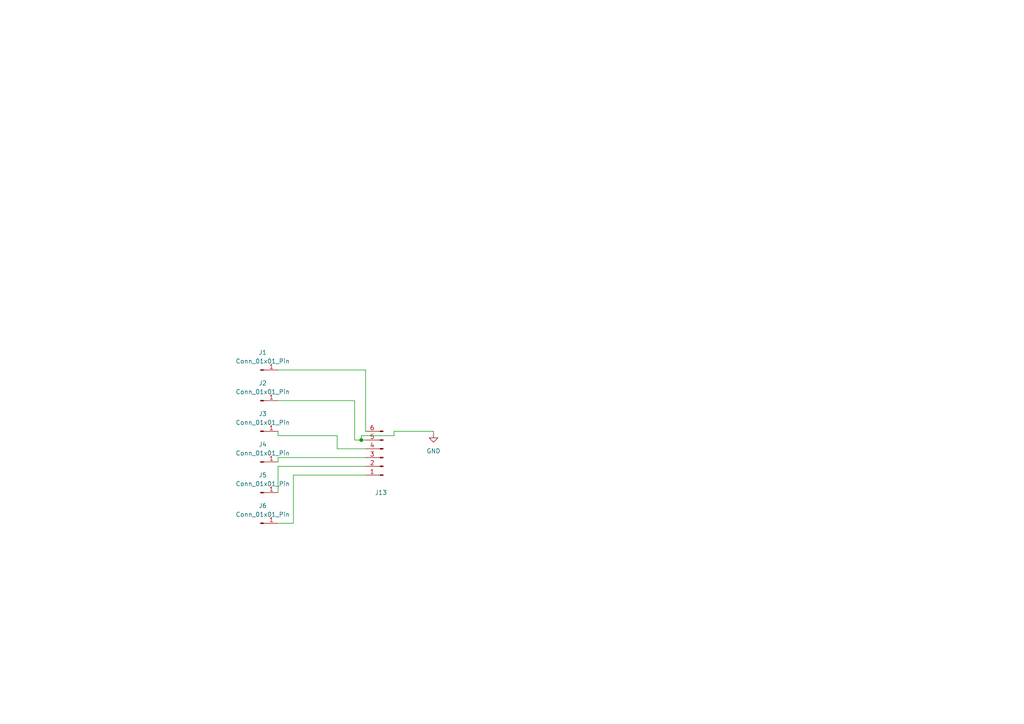
<source format=kicad_sch>
(kicad_sch (version 20230121) (generator eeschema)

  (uuid fb6852fb-58d5-432a-a0e9-ca6ff137a810)

  (paper "A4")

  (lib_symbols
    (symbol "Connector:Conn_01x01_Pin" (pin_names (offset 1.016) hide) (in_bom yes) (on_board yes)
      (property "Reference" "J" (at 0 2.54 0)
        (effects (font (size 1.27 1.27)))
      )
      (property "Value" "Conn_01x01_Pin" (at 0 -2.54 0)
        (effects (font (size 1.27 1.27)))
      )
      (property "Footprint" "" (at 0 0 0)
        (effects (font (size 1.27 1.27)) hide)
      )
      (property "Datasheet" "~" (at 0 0 0)
        (effects (font (size 1.27 1.27)) hide)
      )
      (property "ki_locked" "" (at 0 0 0)
        (effects (font (size 1.27 1.27)))
      )
      (property "ki_keywords" "connector" (at 0 0 0)
        (effects (font (size 1.27 1.27)) hide)
      )
      (property "ki_description" "Generic connector, single row, 01x01, script generated" (at 0 0 0)
        (effects (font (size 1.27 1.27)) hide)
      )
      (property "ki_fp_filters" "Connector*:*_1x??_*" (at 0 0 0)
        (effects (font (size 1.27 1.27)) hide)
      )
      (symbol "Conn_01x01_Pin_1_1"
        (polyline
          (pts
            (xy 1.27 0)
            (xy 0.8636 0)
          )
          (stroke (width 0.1524) (type default))
          (fill (type none))
        )
        (rectangle (start 0.8636 0.127) (end 0 -0.127)
          (stroke (width 0.1524) (type default))
          (fill (type outline))
        )
        (pin passive line (at 5.08 0 180) (length 3.81)
          (name "Pin_1" (effects (font (size 1.27 1.27))))
          (number "1" (effects (font (size 1.27 1.27))))
        )
      )
    )
    (symbol "Connector:Conn_01x06_Pin" (pin_names (offset 1.016) hide) (in_bom yes) (on_board yes)
      (property "Reference" "J" (at 0 7.62 0)
        (effects (font (size 1.27 1.27)))
      )
      (property "Value" "Conn_01x06_Pin" (at 0 -10.16 0)
        (effects (font (size 1.27 1.27)))
      )
      (property "Footprint" "" (at 0 0 0)
        (effects (font (size 1.27 1.27)) hide)
      )
      (property "Datasheet" "~" (at 0 0 0)
        (effects (font (size 1.27 1.27)) hide)
      )
      (property "ki_locked" "" (at 0 0 0)
        (effects (font (size 1.27 1.27)))
      )
      (property "ki_keywords" "connector" (at 0 0 0)
        (effects (font (size 1.27 1.27)) hide)
      )
      (property "ki_description" "Generic connector, single row, 01x06, script generated" (at 0 0 0)
        (effects (font (size 1.27 1.27)) hide)
      )
      (property "ki_fp_filters" "Connector*:*_1x??_*" (at 0 0 0)
        (effects (font (size 1.27 1.27)) hide)
      )
      (symbol "Conn_01x06_Pin_1_1"
        (polyline
          (pts
            (xy 1.27 -7.62)
            (xy 0.8636 -7.62)
          )
          (stroke (width 0.1524) (type default))
          (fill (type none))
        )
        (polyline
          (pts
            (xy 1.27 -5.08)
            (xy 0.8636 -5.08)
          )
          (stroke (width 0.1524) (type default))
          (fill (type none))
        )
        (polyline
          (pts
            (xy 1.27 -2.54)
            (xy 0.8636 -2.54)
          )
          (stroke (width 0.1524) (type default))
          (fill (type none))
        )
        (polyline
          (pts
            (xy 1.27 0)
            (xy 0.8636 0)
          )
          (stroke (width 0.1524) (type default))
          (fill (type none))
        )
        (polyline
          (pts
            (xy 1.27 2.54)
            (xy 0.8636 2.54)
          )
          (stroke (width 0.1524) (type default))
          (fill (type none))
        )
        (polyline
          (pts
            (xy 1.27 5.08)
            (xy 0.8636 5.08)
          )
          (stroke (width 0.1524) (type default))
          (fill (type none))
        )
        (rectangle (start 0.8636 -7.493) (end 0 -7.747)
          (stroke (width 0.1524) (type default))
          (fill (type outline))
        )
        (rectangle (start 0.8636 -4.953) (end 0 -5.207)
          (stroke (width 0.1524) (type default))
          (fill (type outline))
        )
        (rectangle (start 0.8636 -2.413) (end 0 -2.667)
          (stroke (width 0.1524) (type default))
          (fill (type outline))
        )
        (rectangle (start 0.8636 0.127) (end 0 -0.127)
          (stroke (width 0.1524) (type default))
          (fill (type outline))
        )
        (rectangle (start 0.8636 2.667) (end 0 2.413)
          (stroke (width 0.1524) (type default))
          (fill (type outline))
        )
        (rectangle (start 0.8636 5.207) (end 0 4.953)
          (stroke (width 0.1524) (type default))
          (fill (type outline))
        )
        (pin passive line (at 5.08 5.08 180) (length 3.81)
          (name "Pin_1" (effects (font (size 1.27 1.27))))
          (number "1" (effects (font (size 1.27 1.27))))
        )
        (pin passive line (at 5.08 2.54 180) (length 3.81)
          (name "Pin_2" (effects (font (size 1.27 1.27))))
          (number "2" (effects (font (size 1.27 1.27))))
        )
        (pin passive line (at 5.08 0 180) (length 3.81)
          (name "Pin_3" (effects (font (size 1.27 1.27))))
          (number "3" (effects (font (size 1.27 1.27))))
        )
        (pin passive line (at 5.08 -2.54 180) (length 3.81)
          (name "Pin_4" (effects (font (size 1.27 1.27))))
          (number "4" (effects (font (size 1.27 1.27))))
        )
        (pin passive line (at 5.08 -5.08 180) (length 3.81)
          (name "Pin_5" (effects (font (size 1.27 1.27))))
          (number "5" (effects (font (size 1.27 1.27))))
        )
        (pin passive line (at 5.08 -7.62 180) (length 3.81)
          (name "Pin_6" (effects (font (size 1.27 1.27))))
          (number "6" (effects (font (size 1.27 1.27))))
        )
      )
    )
    (symbol "power:GND" (power) (pin_names (offset 0)) (in_bom yes) (on_board yes)
      (property "Reference" "#PWR" (at 0 -6.35 0)
        (effects (font (size 1.27 1.27)) hide)
      )
      (property "Value" "GND" (at 0 -3.81 0)
        (effects (font (size 1.27 1.27)))
      )
      (property "Footprint" "" (at 0 0 0)
        (effects (font (size 1.27 1.27)) hide)
      )
      (property "Datasheet" "" (at 0 0 0)
        (effects (font (size 1.27 1.27)) hide)
      )
      (property "ki_keywords" "global power" (at 0 0 0)
        (effects (font (size 1.27 1.27)) hide)
      )
      (property "ki_description" "Power symbol creates a global label with name \"GND\" , ground" (at 0 0 0)
        (effects (font (size 1.27 1.27)) hide)
      )
      (symbol "GND_0_1"
        (polyline
          (pts
            (xy 0 0)
            (xy 0 -1.27)
            (xy 1.27 -1.27)
            (xy 0 -2.54)
            (xy -1.27 -1.27)
            (xy 0 -1.27)
          )
          (stroke (width 0) (type default))
          (fill (type none))
        )
      )
      (symbol "GND_1_1"
        (pin power_in line (at 0 0 270) (length 0) hide
          (name "GND" (effects (font (size 1.27 1.27))))
          (number "1" (effects (font (size 1.27 1.27))))
        )
      )
    )
  )

  (junction (at 104.775 127.635) (diameter 0) (color 0 0 0 0)
    (uuid 6231b3cb-e74c-424c-96ae-ea663b7c63ab)
  )

  (wire (pts (xy 80.645 132.715) (xy 80.645 133.985))
    (stroke (width 0) (type default))
    (uuid 0516a3b1-5967-4f1c-b679-92f7e7c196e1)
  )
  (wire (pts (xy 102.87 116.205) (xy 102.87 127.635))
    (stroke (width 0) (type default))
    (uuid 09c2a300-9fc6-4422-b0e2-d36af0a68ffd)
  )
  (wire (pts (xy 125.73 125.73) (xy 125.73 125.095))
    (stroke (width 0) (type default))
    (uuid 13b38947-7ec1-4503-9a07-e65460b42ebf)
  )
  (wire (pts (xy 106.045 137.795) (xy 85.09 137.795))
    (stroke (width 0) (type default))
    (uuid 16bce2c6-c6b1-4f75-aba5-d5f97b3cbe96)
  )
  (wire (pts (xy 85.09 137.795) (xy 85.09 151.765))
    (stroke (width 0) (type default))
    (uuid 1fd144c7-f99d-4e7c-a9cb-1fcbc0ea7267)
  )
  (wire (pts (xy 114.3 125.095) (xy 114.3 126.365))
    (stroke (width 0) (type default))
    (uuid 2677607d-1829-4d57-b4e5-2202590c825a)
  )
  (wire (pts (xy 104.775 126.365) (xy 104.775 127.635))
    (stroke (width 0) (type default))
    (uuid 29ba96fe-e673-47f1-89ca-e96a7b78f545)
  )
  (wire (pts (xy 106.045 132.715) (xy 80.645 132.715))
    (stroke (width 0) (type default))
    (uuid 2a7c2431-cbfb-4a19-b2c7-6455944da59c)
  )
  (wire (pts (xy 114.3 126.365) (xy 104.775 126.365))
    (stroke (width 0) (type default))
    (uuid 2d15fa3a-66a4-46ff-8527-8afe441caa08)
  )
  (wire (pts (xy 97.79 130.175) (xy 106.045 130.175))
    (stroke (width 0) (type default))
    (uuid 345fb4a9-cd5d-4952-8fb5-0da76a2790bf)
  )
  (wire (pts (xy 104.775 127.635) (xy 106.045 127.635))
    (stroke (width 0) (type default))
    (uuid 4f776002-4872-4352-837a-ad7067d7f1a9)
  )
  (wire (pts (xy 80.645 135.255) (xy 106.045 135.255))
    (stroke (width 0) (type default))
    (uuid 51c4a43b-1ddb-4fa3-a170-caa4c61efa81)
  )
  (wire (pts (xy 85.09 151.765) (xy 80.645 151.765))
    (stroke (width 0) (type default))
    (uuid 60234fa0-6252-4c23-826c-ccbb161a8083)
  )
  (wire (pts (xy 97.79 126.365) (xy 97.79 130.175))
    (stroke (width 0) (type default))
    (uuid 7422994d-9874-4402-a2ba-535052b0c5fb)
  )
  (wire (pts (xy 80.645 107.315) (xy 106.045 107.315))
    (stroke (width 0) (type default))
    (uuid 74a0ded5-4037-4f08-95e8-5486930e88e9)
  )
  (wire (pts (xy 80.645 126.365) (xy 97.79 126.365))
    (stroke (width 0) (type default))
    (uuid 75f62760-63b2-4fc9-9f96-8a5f9744279d)
  )
  (wire (pts (xy 106.045 107.315) (xy 106.045 125.095))
    (stroke (width 0) (type default))
    (uuid 77862d01-2915-42dc-bc73-581ee369185e)
  )
  (wire (pts (xy 80.645 116.205) (xy 102.87 116.205))
    (stroke (width 0) (type default))
    (uuid 8dca7c94-c8fe-4114-8fc5-eddd5296b210)
  )
  (wire (pts (xy 125.73 125.095) (xy 114.3 125.095))
    (stroke (width 0) (type default))
    (uuid af1d35fb-d9c8-42ee-9b17-ac0911959f36)
  )
  (wire (pts (xy 102.87 127.635) (xy 104.775 127.635))
    (stroke (width 0) (type default))
    (uuid c32919ad-abfa-42e4-ab00-8e9b76c37535)
  )
  (wire (pts (xy 80.645 142.875) (xy 80.645 135.255))
    (stroke (width 0) (type default))
    (uuid d4f447fa-89ec-4a1b-9aa3-9d74a7c0c648)
  )
  (wire (pts (xy 80.645 126.365) (xy 80.645 125.095))
    (stroke (width 0) (type default))
    (uuid fc5e0500-482b-42c3-9903-1fd8e43532c9)
  )

  (symbol (lib_id "Connector:Conn_01x01_Pin") (at 75.565 142.875 0) (unit 1)
    (in_bom yes) (on_board yes) (dnp no)
    (uuid 08873c33-1f31-4f02-9d13-f4b0b26e27f5)
    (property "Reference" "J5" (at 76.2 137.795 0)
      (effects (font (size 1.27 1.27)))
    )
    (property "Value" "Conn_01x01_Pin" (at 76.2 140.335 0)
      (effects (font (size 1.27 1.27)))
    )
    (property "Footprint" "Connector_Wire:SolderWirePad_1x01_SMD_1x2mm" (at 75.565 142.875 0)
      (effects (font (size 1.27 1.27)) hide)
    )
    (property "Datasheet" "~" (at 75.565 142.875 0)
      (effects (font (size 1.27 1.27)) hide)
    )
    (pin "1" (uuid 2f872662-25d4-47cb-b1c5-3dd4a496bbf1))
    (instances
      (project "htc_tracker"
        (path "/fb6852fb-58d5-432a-a0e9-ca6ff137a810"
          (reference "J5") (unit 1)
        )
      )
    )
  )

  (symbol (lib_id "power:GND") (at 125.73 125.73 0) (unit 1)
    (in_bom yes) (on_board yes) (dnp no) (fields_autoplaced)
    (uuid 595e5aba-dab7-4d38-942e-f211fcf17308)
    (property "Reference" "#PWR01" (at 125.73 132.08 0)
      (effects (font (size 1.27 1.27)) hide)
    )
    (property "Value" "GND" (at 125.73 130.81 0)
      (effects (font (size 1.27 1.27)))
    )
    (property "Footprint" "" (at 125.73 125.73 0)
      (effects (font (size 1.27 1.27)) hide)
    )
    (property "Datasheet" "" (at 125.73 125.73 0)
      (effects (font (size 1.27 1.27)) hide)
    )
    (pin "1" (uuid 40e0343b-fd42-45d3-8441-b1e26335d02c))
    (instances
      (project "htc_tracker"
        (path "/fb6852fb-58d5-432a-a0e9-ca6ff137a810"
          (reference "#PWR01") (unit 1)
        )
      )
    )
  )

  (symbol (lib_id "Connector:Conn_01x01_Pin") (at 75.565 151.765 0) (unit 1)
    (in_bom yes) (on_board yes) (dnp no)
    (uuid 880c87b4-8313-4c21-805f-a3dc5c5931bb)
    (property "Reference" "J6" (at 76.2 146.685 0)
      (effects (font (size 1.27 1.27)))
    )
    (property "Value" "Conn_01x01_Pin" (at 76.2 149.225 0)
      (effects (font (size 1.27 1.27)))
    )
    (property "Footprint" "Connector_Wire:SolderWirePad_1x01_SMD_1x2mm" (at 75.565 151.765 0)
      (effects (font (size 1.27 1.27)) hide)
    )
    (property "Datasheet" "~" (at 75.565 151.765 0)
      (effects (font (size 1.27 1.27)) hide)
    )
    (pin "1" (uuid 152b5d23-af8c-46ef-8cce-c5aab66c0953))
    (instances
      (project "htc_tracker"
        (path "/fb6852fb-58d5-432a-a0e9-ca6ff137a810"
          (reference "J6") (unit 1)
        )
      )
    )
  )

  (symbol (lib_id "Connector:Conn_01x01_Pin") (at 75.565 107.315 0) (unit 1)
    (in_bom yes) (on_board yes) (dnp no) (fields_autoplaced)
    (uuid 8878cb31-79df-4651-a633-b7b35dcbfbf9)
    (property "Reference" "J1" (at 76.2 102.235 0)
      (effects (font (size 1.27 1.27)))
    )
    (property "Value" "Conn_01x01_Pin" (at 76.2 104.775 0)
      (effects (font (size 1.27 1.27)))
    )
    (property "Footprint" "Connector_Wire:SolderWirePad_1x01_SMD_1x2mm" (at 75.565 107.315 0)
      (effects (font (size 1.27 1.27)) hide)
    )
    (property "Datasheet" "~" (at 75.565 107.315 0)
      (effects (font (size 1.27 1.27)) hide)
    )
    (pin "1" (uuid 647cd813-3e28-4c70-bfe7-f4d111eab1ee))
    (instances
      (project "htc_tracker"
        (path "/fb6852fb-58d5-432a-a0e9-ca6ff137a810"
          (reference "J1") (unit 1)
        )
      )
    )
  )

  (symbol (lib_id "Connector:Conn_01x06_Pin") (at 111.125 132.715 180) (unit 1)
    (in_bom yes) (on_board yes) (dnp no)
    (uuid cabaf038-5114-4db1-bb68-c27f62ae0d64)
    (property "Reference" "J13" (at 110.49 142.875 0)
      (effects (font (size 1.27 1.27)))
    )
    (property "Value" "Conn_01x06_Pin" (at 110.49 140.335 0)
      (effects (font (size 1.27 1.27)) hide)
    )
    (property "Footprint" "Connector_PinHeader_2.54mm:PinHeader_1x06_P2.54mm_Vertical" (at 111.125 132.715 0)
      (effects (font (size 1.27 1.27)) hide)
    )
    (property "Datasheet" "~" (at 111.125 132.715 0)
      (effects (font (size 1.27 1.27)) hide)
    )
    (pin "1" (uuid f9d372bf-82b9-43a9-b223-945951ff1b65))
    (pin "2" (uuid 0e375073-9e15-428b-8a91-c016d697ddf8))
    (pin "3" (uuid 23fc2c2f-d278-4bea-86c6-fa3ca51b9d0d))
    (pin "4" (uuid b3e29624-4f44-4d5c-82c3-528eb6faf8d9))
    (pin "5" (uuid 16d1b432-2550-46f7-b037-c3544194cc14))
    (pin "6" (uuid b1ff8c6e-b1e1-4afc-b448-d96b9358db13))
    (instances
      (project "htc_tracker"
        (path "/fb6852fb-58d5-432a-a0e9-ca6ff137a810"
          (reference "J13") (unit 1)
        )
      )
    )
  )

  (symbol (lib_id "Connector:Conn_01x01_Pin") (at 75.565 116.205 0) (unit 1)
    (in_bom yes) (on_board yes) (dnp no) (fields_autoplaced)
    (uuid d25134f9-fd6f-4977-a53d-55bafeba9ce7)
    (property "Reference" "J2" (at 76.2 111.125 0)
      (effects (font (size 1.27 1.27)))
    )
    (property "Value" "Conn_01x01_Pin" (at 76.2 113.665 0)
      (effects (font (size 1.27 1.27)))
    )
    (property "Footprint" "Connector_Wire:SolderWirePad_1x01_SMD_1x2mm" (at 75.565 116.205 0)
      (effects (font (size 1.27 1.27)) hide)
    )
    (property "Datasheet" "~" (at 75.565 116.205 0)
      (effects (font (size 1.27 1.27)) hide)
    )
    (pin "1" (uuid b56d7e4a-33d9-48ee-aa00-a006024f15a4))
    (instances
      (project "htc_tracker"
        (path "/fb6852fb-58d5-432a-a0e9-ca6ff137a810"
          (reference "J2") (unit 1)
        )
      )
    )
  )

  (symbol (lib_id "Connector:Conn_01x01_Pin") (at 75.565 125.095 0) (unit 1)
    (in_bom yes) (on_board yes) (dnp no) (fields_autoplaced)
    (uuid e2d7dcd7-bd8f-4278-9222-3583f52efabb)
    (property "Reference" "J3" (at 76.2 120.015 0)
      (effects (font (size 1.27 1.27)))
    )
    (property "Value" "Conn_01x01_Pin" (at 76.2 122.555 0)
      (effects (font (size 1.27 1.27)))
    )
    (property "Footprint" "Connector_Wire:SolderWirePad_1x01_SMD_1x2mm" (at 75.565 125.095 0)
      (effects (font (size 1.27 1.27)) hide)
    )
    (property "Datasheet" "~" (at 75.565 125.095 0)
      (effects (font (size 1.27 1.27)) hide)
    )
    (pin "1" (uuid 2d3760bb-0042-47eb-b2d9-0dfc8686051b))
    (instances
      (project "htc_tracker"
        (path "/fb6852fb-58d5-432a-a0e9-ca6ff137a810"
          (reference "J3") (unit 1)
        )
      )
    )
  )

  (symbol (lib_id "Connector:Conn_01x01_Pin") (at 75.565 133.985 0) (unit 1)
    (in_bom yes) (on_board yes) (dnp no) (fields_autoplaced)
    (uuid f4fb9801-67a6-4fb8-883a-5118eddfeb0a)
    (property "Reference" "J4" (at 76.2 128.905 0)
      (effects (font (size 1.27 1.27)))
    )
    (property "Value" "Conn_01x01_Pin" (at 76.2 131.445 0)
      (effects (font (size 1.27 1.27)))
    )
    (property "Footprint" "Connector_Wire:SolderWirePad_1x01_SMD_1x2mm" (at 75.565 133.985 0)
      (effects (font (size 1.27 1.27)) hide)
    )
    (property "Datasheet" "~" (at 75.565 133.985 0)
      (effects (font (size 1.27 1.27)) hide)
    )
    (pin "1" (uuid c0b7a8f6-f2dd-4373-82f0-2c43c0f6e2a5))
    (instances
      (project "htc_tracker"
        (path "/fb6852fb-58d5-432a-a0e9-ca6ff137a810"
          (reference "J4") (unit 1)
        )
      )
    )
  )

  (sheet_instances
    (path "/" (page "1"))
  )
)

</source>
